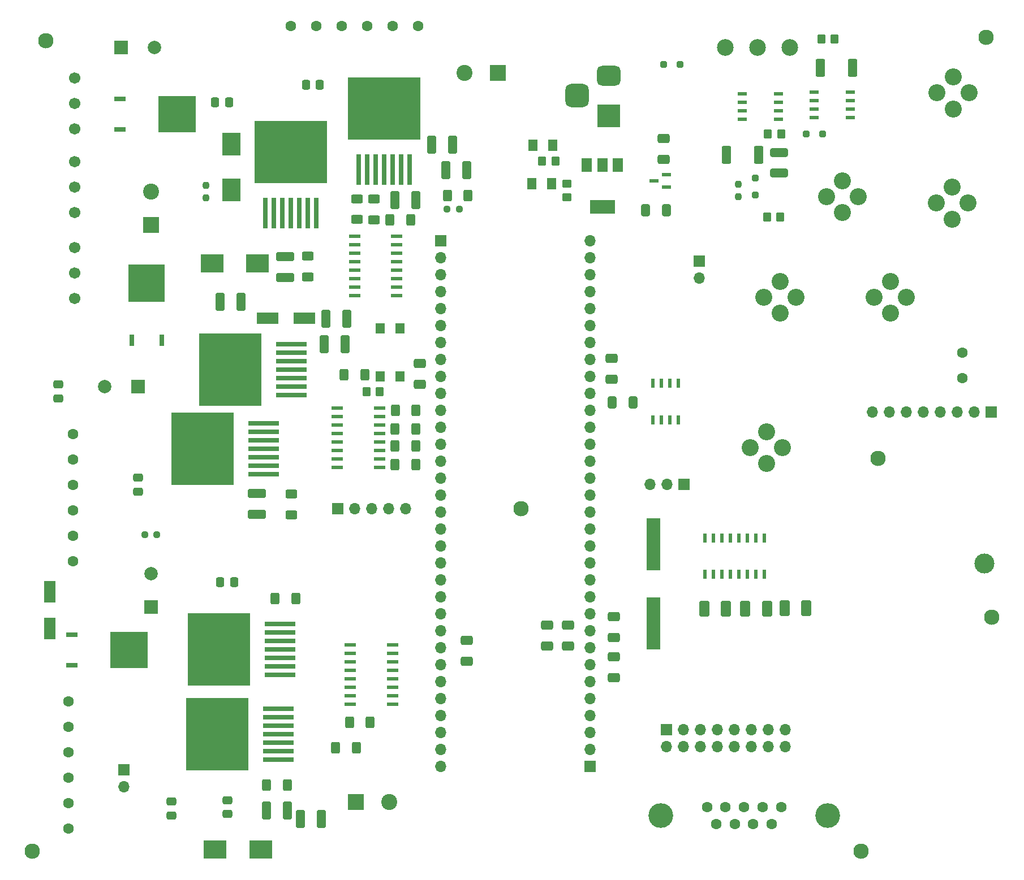
<source format=gbr>
%TF.GenerationSoftware,KiCad,Pcbnew,7.0.5*%
%TF.CreationDate,2023-08-28T12:49:26-05:00*%
%TF.ProjectId,Esquema_CBX_Rex,45737175-656d-4615-9f43-42585f526578,rev?*%
%TF.SameCoordinates,Original*%
%TF.FileFunction,Soldermask,Top*%
%TF.FilePolarity,Negative*%
%FSLAX46Y46*%
G04 Gerber Fmt 4.6, Leading zero omitted, Abs format (unit mm)*
G04 Created by KiCad (PCBNEW 7.0.5) date 2023-08-28 12:49:26*
%MOMM*%
%LPD*%
G01*
G04 APERTURE LIST*
G04 Aperture macros list*
%AMRoundRect*
0 Rectangle with rounded corners*
0 $1 Rounding radius*
0 $2 $3 $4 $5 $6 $7 $8 $9 X,Y pos of 4 corners*
0 Add a 4 corners polygon primitive as box body*
4,1,4,$2,$3,$4,$5,$6,$7,$8,$9,$2,$3,0*
0 Add four circle primitives for the rounded corners*
1,1,$1+$1,$2,$3*
1,1,$1+$1,$4,$5*
1,1,$1+$1,$6,$7*
1,1,$1+$1,$8,$9*
0 Add four rect primitives between the rounded corners*
20,1,$1+$1,$2,$3,$4,$5,0*
20,1,$1+$1,$4,$5,$6,$7,0*
20,1,$1+$1,$6,$7,$8,$9,0*
20,1,$1+$1,$8,$9,$2,$3,0*%
G04 Aperture macros list end*
%ADD10C,3.000000*%
%ADD11C,1.600200*%
%ADD12C,2.300000*%
%ADD13RoundRect,0.250000X-0.337500X-0.475000X0.337500X-0.475000X0.337500X0.475000X-0.337500X0.475000X0*%
%ADD14R,2.000000X2.000000*%
%ADD15C,2.000000*%
%ADD16R,2.400000X2.400000*%
%ADD17C,2.400000*%
%ADD18RoundRect,0.250000X0.412500X0.650000X-0.412500X0.650000X-0.412500X-0.650000X0.412500X-0.650000X0*%
%ADD19R,2.000000X7.875000*%
%ADD20R,1.701800X0.762000*%
%ADD21R,5.638800X5.511800*%
%ADD22R,1.700000X1.700000*%
%ADD23O,1.700000X1.700000*%
%ADD24RoundRect,0.250000X0.400000X0.625000X-0.400000X0.625000X-0.400000X-0.625000X0.400000X-0.625000X0*%
%ADD25R,1.701800X0.609600*%
%ADD26RoundRect,0.250000X-1.075000X0.400000X-1.075000X-0.400000X1.075000X-0.400000X1.075000X0.400000X0*%
%ADD27RoundRect,0.250000X-0.350000X-0.450000X0.350000X-0.450000X0.350000X0.450000X-0.350000X0.450000X0*%
%ADD28R,0.800000X4.600000*%
%ADD29R,10.800000X9.400000*%
%ADD30R,1.460500X0.558800*%
%ADD31RoundRect,0.250001X-0.462499X-0.624999X0.462499X-0.624999X0.462499X0.624999X-0.462499X0.624999X0*%
%ADD32R,3.500000X2.700000*%
%ADD33RoundRect,0.237500X0.250000X0.237500X-0.250000X0.237500X-0.250000X-0.237500X0.250000X-0.237500X0*%
%ADD34C,1.701800*%
%ADD35RoundRect,0.250000X-0.625000X0.400000X-0.625000X-0.400000X0.625000X-0.400000X0.625000X0.400000X0*%
%ADD36RoundRect,0.250000X0.250000X0.250000X-0.250000X0.250000X-0.250000X-0.250000X0.250000X-0.250000X0*%
%ADD37R,1.320800X0.558800*%
%ADD38R,0.533400X1.460500*%
%ADD39RoundRect,0.250000X-0.412500X-1.100000X0.412500X-1.100000X0.412500X1.100000X-0.412500X1.100000X0*%
%ADD40RoundRect,0.250000X0.650000X-0.412500X0.650000X0.412500X-0.650000X0.412500X-0.650000X-0.412500X0*%
%ADD41C,2.550000*%
%ADD42RoundRect,0.250000X0.625000X-0.400000X0.625000X0.400000X-0.625000X0.400000X-0.625000X-0.400000X0*%
%ADD43R,4.600000X0.800000*%
%ADD44R,9.400000X10.800000*%
%ADD45RoundRect,0.249999X0.450001X1.075001X-0.450001X1.075001X-0.450001X-1.075001X0.450001X-1.075001X0*%
%ADD46R,1.700000X3.300000*%
%ADD47R,3.500000X3.500000*%
%ADD48RoundRect,0.750000X-1.000000X0.750000X-1.000000X-0.750000X1.000000X-0.750000X1.000000X0.750000X0*%
%ADD49RoundRect,0.875000X-0.875000X0.875000X-0.875000X-0.875000X0.875000X-0.875000X0.875000X0.875000X0*%
%ADD50R,0.533400X1.461700*%
%ADD51RoundRect,0.250000X-0.450000X0.350000X-0.450000X-0.350000X0.450000X-0.350000X0.450000X0.350000X0*%
%ADD52C,3.708400*%
%ADD53R,2.700000X3.500000*%
%ADD54RoundRect,0.250000X-0.650000X0.412500X-0.650000X-0.412500X0.650000X-0.412500X0.650000X0.412500X0*%
%ADD55RoundRect,0.250000X-0.475000X0.337500X-0.475000X-0.337500X0.475000X-0.337500X0.475000X0.337500X0*%
%ADD56R,3.300000X1.700000*%
%ADD57RoundRect,0.250000X-1.100000X0.412500X-1.100000X-0.412500X1.100000X-0.412500X1.100000X0.412500X0*%
%ADD58RoundRect,0.250001X-0.499999X-0.924999X0.499999X-0.924999X0.499999X0.924999X-0.499999X0.924999X0*%
%ADD59RoundRect,0.237500X-0.250000X-0.237500X0.250000X-0.237500X0.250000X0.237500X-0.250000X0.237500X0*%
%ADD60RoundRect,0.237500X-0.237500X0.250000X-0.237500X-0.250000X0.237500X-0.250000X0.237500X0.250000X0*%
%ADD61C,2.500000*%
%ADD62RoundRect,0.250000X0.250000X-0.250000X0.250000X0.250000X-0.250000X0.250000X-0.250000X-0.250000X0*%
%ADD63RoundRect,0.250000X0.412500X1.100000X-0.412500X1.100000X-0.412500X-1.100000X0.412500X-1.100000X0*%
%ADD64RoundRect,0.250000X-0.400000X-0.625000X0.400000X-0.625000X0.400000X0.625000X-0.400000X0.625000X0*%
%ADD65R,1.500000X2.000000*%
%ADD66R,3.800000X2.000000*%
%ADD67RoundRect,0.250000X-0.412500X-0.650000X0.412500X-0.650000X0.412500X0.650000X-0.412500X0.650000X0*%
%ADD68RoundRect,0.250000X1.100000X-0.412500X1.100000X0.412500X-1.100000X0.412500X-1.100000X-0.412500X0*%
%ADD69R,1.400000X1.600000*%
%ADD70RoundRect,0.250000X0.475000X-0.337500X0.475000X0.337500X-0.475000X0.337500X-0.475000X-0.337500X0*%
%ADD71R,0.762000X1.701800*%
%ADD72R,5.511800X5.638800*%
G04 APERTURE END LIST*
D10*
%TO.C,REF\u002A\u002A*%
X203454000Y-112903000D03*
%TD*%
D11*
%TO.C,J16*%
X67057000Y-93472000D03*
X67057000Y-97282000D03*
X67057000Y-101092000D03*
X67057000Y-104902000D03*
X67057000Y-108712000D03*
X67057000Y-112522000D03*
%TD*%
D12*
%TO.C,REF\u002A\u002A*%
X187579000Y-97155000D03*
%TD*%
D13*
%TO.C,C25*%
X101959500Y-41148000D03*
X104034500Y-41148000D03*
%TD*%
D14*
%TO.C,C14*%
X74295000Y-35560000D03*
D15*
X79295000Y-35560000D03*
%TD*%
D16*
%TO.C,C24*%
X130683000Y-39370000D03*
D17*
X125683000Y-39370000D03*
%TD*%
D18*
%TO.C,C7*%
X150914500Y-88773000D03*
X147789500Y-88773000D03*
%TD*%
D19*
%TO.C,Y1*%
X153924000Y-121888500D03*
X153924000Y-110013500D03*
%TD*%
D20*
%TO.C,U12*%
X66878200Y-123576999D03*
D21*
X75450700Y-125857000D03*
D20*
X66878200Y-128137001D03*
%TD*%
D22*
%TO.C,J20*%
X74676000Y-143764000D03*
D23*
X74676000Y-146304000D03*
%TD*%
D24*
%TO.C,R41*%
X126202500Y-57785000D03*
X123102500Y-57785000D03*
%TD*%
D25*
%TO.C,U11*%
X114909600Y-133985000D03*
X114909600Y-132715000D03*
X114909600Y-131445000D03*
X114909600Y-130175000D03*
X114909600Y-128905000D03*
X114909600Y-127635000D03*
X114909600Y-126365000D03*
X114909600Y-125095000D03*
X108610400Y-125095000D03*
X108610400Y-126365000D03*
X108610400Y-127635000D03*
X108610400Y-128905000D03*
X108610400Y-130175000D03*
X108610400Y-131445000D03*
X108610400Y-132715000D03*
X108610400Y-133985000D03*
%TD*%
D26*
%TO.C,R16*%
X172720000Y-51282000D03*
X172720000Y-54382000D03*
%TD*%
D27*
%TO.C,R8*%
X170942000Y-60960000D03*
X172942000Y-60960000D03*
%TD*%
D28*
%TO.C,Q2*%
X95885000Y-60385000D03*
X97155000Y-60385000D03*
X98425000Y-60385000D03*
X99695000Y-60385000D03*
X100965000Y-60385000D03*
X102235000Y-60385000D03*
X103505000Y-60385000D03*
D29*
X99695000Y-51235000D03*
%TD*%
D30*
%TO.C,U4*%
X177996850Y-42291000D03*
X177996850Y-43561000D03*
X177996850Y-44831000D03*
X177996850Y-46101000D03*
X183445150Y-46101000D03*
X183445150Y-44831000D03*
X183445150Y-43561000D03*
X183445150Y-42291000D03*
%TD*%
D31*
%TO.C,D9*%
X135712500Y-56000000D03*
X138687500Y-56000000D03*
%TD*%
D32*
%TO.C,D6*%
X87900000Y-67945000D03*
X94700000Y-67945000D03*
%TD*%
D33*
%TO.C,R35*%
X124912500Y-59800000D03*
X123087500Y-59800000D03*
%TD*%
D34*
%TO.C,J21*%
X67300000Y-65550000D03*
X67300000Y-69360000D03*
X67300000Y-73170000D03*
%TD*%
D35*
%TO.C,R33*%
X102235000Y-66837500D03*
X102235000Y-69937500D03*
%TD*%
D16*
%TO.C,C44*%
X78740000Y-62150000D03*
D17*
X78740000Y-57150000D03*
%TD*%
D36*
%TO.C,CR1*%
X157968000Y-38100000D03*
X155468000Y-38100000D03*
%TD*%
%TO.C,CR3*%
X179284000Y-48514000D03*
X176784000Y-48514000D03*
%TD*%
D37*
%TO.C,Q1*%
X155879800Y-56491999D03*
X155879800Y-54662001D03*
X154000200Y-55577000D03*
%TD*%
D24*
%TO.C,R56*%
X100417500Y-118110000D03*
X97317500Y-118110000D03*
%TD*%
D20*
%TO.C,U10*%
X74117200Y-43312999D03*
D21*
X82689700Y-45593000D03*
D20*
X74117200Y-47873001D03*
%TD*%
D38*
%TO.C,U8*%
X157702500Y-85890975D03*
X156432500Y-85890975D03*
X155162500Y-85890975D03*
X153892500Y-85890975D03*
X153892500Y-91339275D03*
X155162500Y-91339275D03*
X156432500Y-91339275D03*
X157702500Y-91339275D03*
%TD*%
D39*
%TO.C,C45*%
X89097500Y-73660000D03*
X92222500Y-73660000D03*
%TD*%
D25*
%TO.C,U13*%
X112960150Y-98488500D03*
X112960150Y-97218500D03*
X112960150Y-95948500D03*
X112960150Y-94678500D03*
X112960150Y-93408500D03*
X112960150Y-92138500D03*
X112960150Y-90868500D03*
X112960150Y-89598500D03*
X106660950Y-89598500D03*
X106660950Y-90868500D03*
X106660950Y-92138500D03*
X106660950Y-93408500D03*
X106660950Y-94678500D03*
X106660950Y-95948500D03*
X106660950Y-97218500D03*
X106660950Y-98488500D03*
%TD*%
D24*
%TO.C,R61*%
X118390000Y-95250000D03*
X115290000Y-95250000D03*
%TD*%
D22*
%TO.C,J3*%
X158500000Y-101000000D03*
D23*
X155960000Y-101000000D03*
X153420000Y-101000000D03*
%TD*%
D13*
%TO.C,C36*%
X89132500Y-115655000D03*
X91207500Y-115655000D03*
%TD*%
D40*
%TO.C,C12*%
X119000000Y-86062500D03*
X119000000Y-82937500D03*
%TD*%
D41*
%TO.C,J8*%
X201168000Y-42385000D03*
X196408000Y-42385000D03*
X198788000Y-44765000D03*
X198788000Y-40005000D03*
%TD*%
D22*
%TO.C,J1*%
X144478377Y-143236327D03*
D23*
X144478377Y-140696327D03*
X144478377Y-138156327D03*
X144478377Y-135616327D03*
X144478377Y-133076327D03*
X144478377Y-130536327D03*
X144478377Y-127996327D03*
X144478377Y-125456327D03*
X144478377Y-122916327D03*
X144478377Y-120376327D03*
X144478377Y-117836327D03*
X144478377Y-115296327D03*
X144478377Y-112756327D03*
X144478377Y-110216327D03*
X144478377Y-107676327D03*
X144478377Y-105136327D03*
X144478377Y-102596327D03*
X144478377Y-100056327D03*
X144478377Y-97516327D03*
X144478377Y-94976327D03*
X144478377Y-92436327D03*
X144478377Y-89896327D03*
X144478377Y-87356327D03*
X144478377Y-84816327D03*
X144478377Y-82276327D03*
X144478377Y-79736327D03*
X144478377Y-77196327D03*
X144478377Y-74656327D03*
X144478377Y-72116327D03*
X144478377Y-69576327D03*
X144478377Y-67036327D03*
X144478377Y-64496327D03*
%TD*%
D41*
%TO.C,J9*%
X175260000Y-73025000D03*
X170500000Y-73025000D03*
X172880000Y-75405000D03*
X172880000Y-70645000D03*
%TD*%
D42*
%TO.C,R43*%
X112100000Y-61400000D03*
X112100000Y-58300000D03*
%TD*%
D43*
%TO.C,Q6*%
X95625000Y-99460000D03*
X95625000Y-98190000D03*
X95625000Y-96920000D03*
X95625000Y-95650000D03*
X95625000Y-94380000D03*
X95625000Y-93110000D03*
X95625000Y-91840000D03*
D44*
X86475000Y-95650000D03*
%TD*%
D41*
%TO.C,J11*%
X173228000Y-95504000D03*
X168468000Y-95504000D03*
X170848000Y-97884000D03*
X170848000Y-93124000D03*
%TD*%
D45*
%TO.C,R15*%
X183756000Y-38608000D03*
X178956000Y-38608000D03*
%TD*%
D24*
%TO.C,R64*%
X118390000Y-92710000D03*
X115290000Y-92710000D03*
%TD*%
D12*
%TO.C,*%
X134112000Y-104648000D03*
%TD*%
D43*
%TO.C,Q5*%
X98050000Y-129540000D03*
X98050000Y-128270000D03*
X98050000Y-127000000D03*
X98050000Y-125730000D03*
X98050000Y-124460000D03*
X98050000Y-123190000D03*
X98050000Y-121920000D03*
D44*
X88900000Y-125730000D03*
%TD*%
D43*
%TO.C,Q4*%
X97790000Y-142240000D03*
X97790000Y-140970000D03*
X97790000Y-139700000D03*
X97790000Y-138430000D03*
X97790000Y-137160000D03*
X97790000Y-135890000D03*
X97790000Y-134620000D03*
D44*
X88640000Y-138430000D03*
%TD*%
D46*
%TO.C,D3*%
X63600000Y-122650000D03*
X63600000Y-117150000D03*
%TD*%
D47*
%TO.C,J5*%
X147257500Y-45800000D03*
D48*
X147257500Y-39800000D03*
D49*
X142557500Y-42800000D03*
%TD*%
D12*
%TO.C,*%
X204597000Y-120904000D03*
%TD*%
D50*
%TO.C,U6*%
X161671000Y-114484752D03*
X162941000Y-114484752D03*
X164211000Y-114484752D03*
X165481000Y-114484752D03*
X166751000Y-114484752D03*
X168021000Y-114484752D03*
X169291000Y-114484752D03*
X170561000Y-114484752D03*
X170561000Y-109035248D03*
X169291000Y-109035248D03*
X168021000Y-109035248D03*
X166751000Y-109035248D03*
X165481000Y-109035248D03*
X164211000Y-109035248D03*
X162941000Y-109035248D03*
X161671000Y-109035248D03*
%TD*%
D51*
%TO.C,R77*%
X141000000Y-56000000D03*
X141000000Y-58000000D03*
%TD*%
D40*
%TO.C,C19*%
X138000000Y-125260500D03*
X138000000Y-122135500D03*
%TD*%
D11*
%TO.C,J4*%
X173045000Y-149330000D03*
X170275001Y-149330000D03*
X167505001Y-149330000D03*
X164735002Y-149330000D03*
X161965002Y-149330000D03*
X171660002Y-151870000D03*
X168890002Y-151870000D03*
X166120000Y-151870000D03*
X163350000Y-151870000D03*
D52*
X155010002Y-150600000D03*
X180000000Y-150600000D03*
%TD*%
D53*
%TO.C,D2*%
X90805000Y-50080000D03*
X90805000Y-56880000D03*
%TD*%
D22*
%TO.C,J12*%
X160782000Y-67559000D03*
D23*
X160782000Y-70099000D03*
%TD*%
D43*
%TO.C,Q7*%
X99755000Y-87630000D03*
X99755000Y-86360000D03*
X99755000Y-85090000D03*
X99755000Y-83820000D03*
X99755000Y-82550000D03*
X99755000Y-81280000D03*
X99755000Y-80010000D03*
D44*
X90605000Y-83820000D03*
%TD*%
D54*
%TO.C,C20*%
X147700000Y-82137500D03*
X147700000Y-85262500D03*
%TD*%
D32*
%TO.C,D4*%
X95150000Y-155700000D03*
X88350000Y-155700000D03*
%TD*%
D55*
%TO.C,C43*%
X76835000Y-100012500D03*
X76835000Y-102087500D03*
%TD*%
D27*
%TO.C,R34*%
X111000000Y-87100000D03*
X113000000Y-87100000D03*
%TD*%
D39*
%TO.C,C48*%
X104912500Y-76200000D03*
X108037500Y-76200000D03*
%TD*%
D22*
%TO.C,J19*%
X106725000Y-104700000D03*
D23*
X109265000Y-104700000D03*
X111805000Y-104700000D03*
X114345000Y-104700000D03*
X116885000Y-104700000D03*
%TD*%
D12*
%TO.C,*%
X203708000Y-34036000D03*
%TD*%
D30*
%TO.C,U2*%
X167201850Y-42481500D03*
X167201850Y-43751500D03*
X167201850Y-45021500D03*
X167201850Y-46291500D03*
X172650150Y-46291500D03*
X172650150Y-45021500D03*
X172650150Y-43751500D03*
X172650150Y-42481500D03*
%TD*%
D40*
%TO.C,C17*%
X141173200Y-125260500D03*
X141173200Y-122135500D03*
%TD*%
D25*
%TO.C,U9*%
X115544600Y-72707500D03*
X115544600Y-71437500D03*
X115544600Y-70167500D03*
X115544600Y-68897500D03*
X115544600Y-67627500D03*
X115544600Y-66357500D03*
X115544600Y-65087500D03*
X115544600Y-63817500D03*
X109245400Y-63817500D03*
X109245400Y-65087500D03*
X109245400Y-66357500D03*
X109245400Y-67627500D03*
X109245400Y-68897500D03*
X109245400Y-70167500D03*
X109245400Y-71437500D03*
X109245400Y-72707500D03*
%TD*%
D56*
%TO.C,D5*%
X101750000Y-76150000D03*
X96250000Y-76150000D03*
%TD*%
D24*
%TO.C,R66*%
X118416000Y-89916000D03*
X115316000Y-89916000D03*
%TD*%
D57*
%TO.C,C18*%
X98800000Y-66937500D03*
X98800000Y-70062500D03*
%TD*%
D16*
%TO.C,C34*%
X109444785Y-148590000D03*
D17*
X114444785Y-148590000D03*
%TD*%
D41*
%TO.C,J10*%
X179865000Y-57945000D03*
X184625000Y-57945000D03*
X182245000Y-55565000D03*
X182245000Y-60325000D03*
%TD*%
D39*
%TO.C,C47*%
X104687500Y-80010000D03*
X107812500Y-80010000D03*
%TD*%
D58*
%TO.C,C9*%
X173600000Y-119600000D03*
X176850000Y-119600000D03*
%TD*%
D42*
%TO.C,R65*%
X99800000Y-105600000D03*
X99800000Y-102500000D03*
%TD*%
D59*
%TO.C,R52*%
X77827500Y-108585000D03*
X79652500Y-108585000D03*
%TD*%
D34*
%TO.C,J22*%
X67310000Y-52705000D03*
X67310000Y-56515000D03*
X67310000Y-60325000D03*
%TD*%
D60*
%TO.C,R37*%
X86995000Y-56237500D03*
X86995000Y-58062500D03*
%TD*%
D61*
%TO.C,SW2*%
X164719000Y-35560000D03*
X169545000Y-35560000D03*
X174371000Y-35560000D03*
%TD*%
D62*
%TO.C,CR2*%
X169164000Y-57638000D03*
X169164000Y-55138000D03*
%TD*%
D24*
%TO.C,R50*%
X99147500Y-146050000D03*
X96047500Y-146050000D03*
%TD*%
%TO.C,R36*%
X110770000Y-84582000D03*
X107670000Y-84582000D03*
%TD*%
D12*
%TO.C,*%
X185000000Y-156000000D03*
%TD*%
D63*
%TO.C,C27*%
X118402500Y-58420000D03*
X115277500Y-58420000D03*
%TD*%
D55*
%TO.C,C33*%
X81800000Y-148562500D03*
X81800000Y-150637500D03*
%TD*%
D11*
%TO.C,J17*%
X200208700Y-81323798D03*
X200208700Y-85133798D03*
%TD*%
D31*
%TO.C,D7*%
X135912500Y-50200000D03*
X138887500Y-50200000D03*
%TD*%
D39*
%TO.C,C21*%
X120787500Y-50165000D03*
X123912500Y-50165000D03*
%TD*%
D60*
%TO.C,R6*%
X166624000Y-56087000D03*
X166624000Y-57912000D03*
%TD*%
D63*
%TO.C,C37*%
X104227500Y-151130000D03*
X101102500Y-151130000D03*
%TD*%
D22*
%TO.C,J31*%
X204470000Y-90170000D03*
D23*
X201930000Y-90170000D03*
X199390000Y-90170000D03*
X196850000Y-90170000D03*
X194310000Y-90170000D03*
X191770000Y-90170000D03*
X189230000Y-90170000D03*
X186690000Y-90170000D03*
%TD*%
D64*
%TO.C,R47*%
X108458000Y-136652000D03*
X111558000Y-136652000D03*
%TD*%
D58*
%TO.C,C4*%
X161570000Y-119634000D03*
X164820000Y-119634000D03*
%TD*%
D22*
%TO.C,J18*%
X155860000Y-137800000D03*
D23*
X155860000Y-140340000D03*
X158400000Y-137800000D03*
X158400000Y-140340000D03*
X160940000Y-137800000D03*
X160940000Y-140340000D03*
X163480000Y-137800000D03*
X163480000Y-140340000D03*
X166020000Y-137800000D03*
X166020000Y-140340000D03*
X168560000Y-137800000D03*
X168560000Y-140340000D03*
X171100000Y-137800000D03*
X171100000Y-140340000D03*
X173640000Y-137800000D03*
X173640000Y-140340000D03*
%TD*%
D58*
%TO.C,C8*%
X167679500Y-119634000D03*
X170929500Y-119634000D03*
%TD*%
D40*
%TO.C,C13*%
X125984000Y-127546500D03*
X125984000Y-124421500D03*
%TD*%
D64*
%TO.C,R38*%
X114500000Y-61400000D03*
X117600000Y-61400000D03*
%TD*%
D27*
%TO.C,R17*%
X179086000Y-34290000D03*
X181086000Y-34290000D03*
%TD*%
D54*
%TO.C,C3*%
X155448000Y-49188500D03*
X155448000Y-52313500D03*
%TD*%
D41*
%TO.C,J7*%
X189390000Y-75405000D03*
X189390000Y-70645000D03*
X187010000Y-73025000D03*
X191770000Y-73025000D03*
%TD*%
D40*
%TO.C,C15*%
X148000000Y-123990500D03*
X148000000Y-120865500D03*
%TD*%
D24*
%TO.C,R59*%
X109480000Y-140440000D03*
X106380000Y-140440000D03*
%TD*%
D65*
%TO.C,U3*%
X148600000Y-53150000D03*
X146300000Y-53150000D03*
D66*
X146300000Y-59450000D03*
D65*
X144000000Y-53150000D03*
%TD*%
D11*
%TO.C,J15*%
X66422000Y-133512000D03*
X66422000Y-137322000D03*
X66422000Y-141132000D03*
X66422000Y-144942000D03*
X66422000Y-148752000D03*
X66422000Y-152562000D03*
%TD*%
D14*
%TO.C,C29*%
X78740000Y-119380000D03*
D15*
X78740000Y-114380000D03*
%TD*%
D13*
%TO.C,C22*%
X88352500Y-43815000D03*
X90427500Y-43815000D03*
%TD*%
D24*
%TO.C,R60*%
X118390000Y-98044000D03*
X115290000Y-98044000D03*
%TD*%
D12*
%TO.C,*%
X60960000Y-155956000D03*
%TD*%
D42*
%TO.C,R40*%
X109600000Y-61350000D03*
X109600000Y-58250000D03*
%TD*%
D34*
%TO.C,J13*%
X67310000Y-40132000D03*
X67310000Y-43942000D03*
X67310000Y-47752000D03*
%TD*%
D67*
%TO.C,C2*%
X152742500Y-59944000D03*
X155867500Y-59944000D03*
%TD*%
D14*
%TO.C,C39*%
X76835000Y-86360000D03*
D15*
X71835000Y-86360000D03*
%TD*%
D68*
%TO.C,C40*%
X94615000Y-105497500D03*
X94615000Y-102372500D03*
%TD*%
D27*
%TO.C,R75*%
X137300000Y-52600000D03*
X139300000Y-52600000D03*
%TD*%
D12*
%TO.C,*%
X62992000Y-34544000D03*
%TD*%
D27*
%TO.C,R11*%
X171085000Y-48514000D03*
X173085000Y-48514000D03*
%TD*%
D69*
%TO.C,SW1*%
X116054000Y-77680000D03*
X116054000Y-84880000D03*
X113054000Y-77680000D03*
X113054000Y-84880000D03*
%TD*%
D41*
%TO.C,J6*%
X201008000Y-58895000D03*
X196248000Y-58895000D03*
X198628000Y-61275000D03*
X198628000Y-56515000D03*
%TD*%
D63*
%TO.C,C28*%
X126022500Y-53975000D03*
X122897500Y-53975000D03*
%TD*%
D70*
%TO.C,C32*%
X90170000Y-150407500D03*
X90170000Y-148332500D03*
%TD*%
D11*
%TO.C,J14*%
X118745000Y-32385000D03*
X114935000Y-32385000D03*
X111125000Y-32385000D03*
X107315000Y-32385000D03*
X103505000Y-32385000D03*
X99695000Y-32385000D03*
%TD*%
D70*
%TO.C,C46*%
X64900000Y-88137500D03*
X64900000Y-86062500D03*
%TD*%
D22*
%TO.C,J2*%
X122126377Y-64491327D03*
D23*
X122126377Y-67031327D03*
X122126377Y-69571327D03*
X122126377Y-72111327D03*
X122126377Y-74651327D03*
X122126377Y-77191327D03*
X122126377Y-79731327D03*
X122126377Y-82271327D03*
X122126377Y-84811327D03*
X122126377Y-87351327D03*
X122126377Y-89891327D03*
X122126377Y-92431327D03*
X122126377Y-94971327D03*
X122126377Y-97511327D03*
X122126377Y-100051327D03*
X122126377Y-102591327D03*
X122126377Y-105131327D03*
X122126377Y-107671327D03*
X122126377Y-110211327D03*
X122126377Y-112751327D03*
X122126377Y-115291327D03*
X122126377Y-117831327D03*
X122126377Y-120371327D03*
X122126377Y-122911327D03*
X122126377Y-125451327D03*
X122126377Y-127991327D03*
X122126377Y-130531327D03*
X122126377Y-133071327D03*
X122126377Y-135611327D03*
X122126377Y-138151327D03*
X122126377Y-140691327D03*
X122126377Y-143231327D03*
%TD*%
D28*
%TO.C,Q3*%
X109855000Y-53835000D03*
X111125000Y-53835000D03*
X112395000Y-53835000D03*
X113665000Y-53835000D03*
X114935000Y-53835000D03*
X116205000Y-53835000D03*
X117475000Y-53835000D03*
D29*
X113665000Y-44685000D03*
%TD*%
D40*
%TO.C,C16*%
X148000000Y-129959500D03*
X148000000Y-126834500D03*
%TD*%
D45*
%TO.C,R9*%
X169659000Y-51689000D03*
X164859000Y-51689000D03*
%TD*%
D63*
%TO.C,C31*%
X99147500Y-149860000D03*
X96022500Y-149860000D03*
%TD*%
D71*
%TO.C,U14*%
X75849999Y-79445300D03*
D72*
X78130000Y-70872800D03*
D71*
X80410001Y-79445300D03*
%TD*%
M02*

</source>
